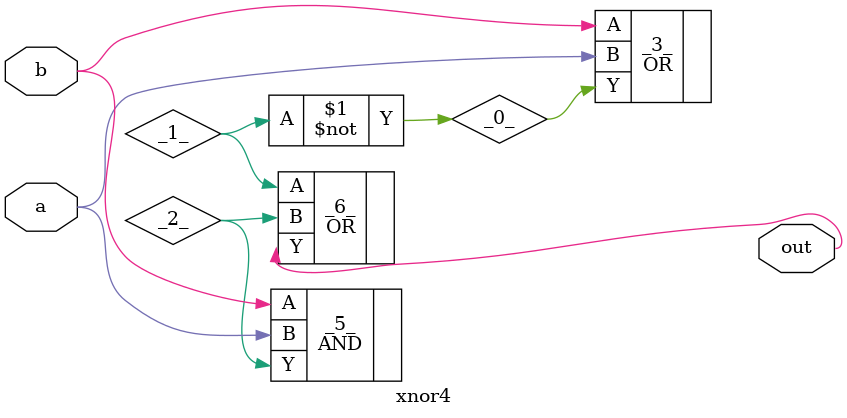
<source format=v>
/* Generated by Yosys 0.41+83 (git sha1 7045cf509, x86_64-w64-mingw32-g++ 13.2.1 -Os) */

/* cells_not_processed =  1  */
/* src = "xnor4.v:1.1-12.10" */
module xnor4(a, b, out);
  wire _0_;
  wire _1_;
  wire _2_;
  /* src = "xnor4.v:2.9-2.10" */
  input a;
  wire a;
  /* src = "xnor4.v:3.9-3.10" */
  input b;
  wire b;
  /* src = "xnor4.v:4.14-4.17" */
  output out;
  wire out;
  OR _3_ (
    .A(b),
    .B(a),
    .Y(_0_)
  );
  not _4_ (
    .A(_0_),
    .Y(_1_)
  );
  AND _5_ (
    .A(b),
    .B(a),
    .Y(_2_)
  );
  OR _6_ (
    .A(_1_),
    .B(_2_),
    .Y(out)
  );
endmodule

</source>
